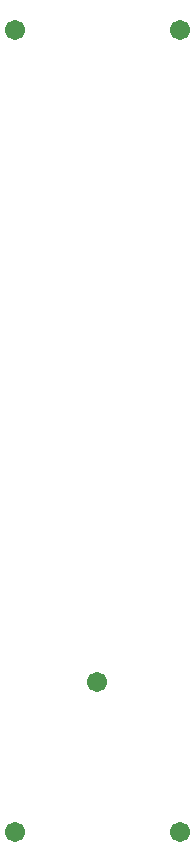
<source format=gbr>
%TF.GenerationSoftware,Altium Limited,Altium Designer,24.9.1 (31)*%
G04 Layer_Color=8388736*
%FSLAX45Y45*%
%MOMM*%
%TF.SameCoordinates,77867E02-C98B-4605-8BC9-D91FF86E49A9*%
%TF.FilePolarity,Negative*%
%TF.FileFunction,Soldermask,Top*%
%TF.Part,Single*%
G01*
G75*
%TA.AperFunction,ViaPad*%
%ADD11C,1.70320*%
D11*
X14241701Y11626900D02*
D03*
X15641701D02*
D03*
Y4836900D02*
D03*
X14241701D02*
D03*
X14942000Y6108700D02*
D03*
%TF.MD5,85d84e4441c7f6fe5ed2b77f6a8c26b9*%
M02*

</source>
